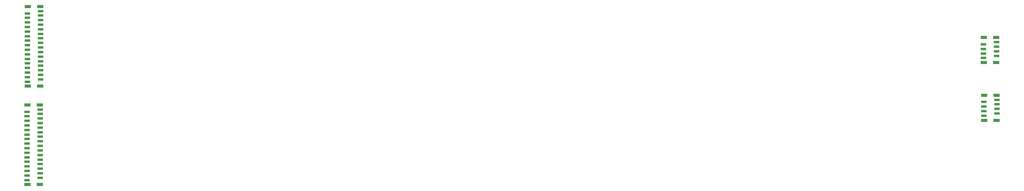
<source format=gbp>
G04 #@! TF.GenerationSoftware,KiCad,Pcbnew,6.0.8+dfsg-1~bpo11+1*
G04 #@! TF.CreationDate,2023-05-30T17:00:38-04:00*
G04 #@! TF.ProjectId,10_padded_high_res_loose,31305f70-6164-4646-9564-5f686967685f,rev?*
G04 #@! TF.SameCoordinates,Original*
G04 #@! TF.FileFunction,Paste,Bot*
G04 #@! TF.FilePolarity,Positive*
%FSLAX46Y46*%
G04 Gerber Fmt 4.6, Leading zero omitted, Abs format (unit mm)*
G04 Created by KiCad (PCBNEW 6.0.8+dfsg-1~bpo11+1) date 2023-05-30 17:00:38*
%MOMM*%
%LPD*%
G01*
G04 APERTURE LIST*
%ADD10R,1.200000X0.600000*%
%ADD11R,1.400000X0.800000*%
G04 APERTURE END LIST*
D10*
X263090000Y-81540000D03*
X260190000Y-82040000D03*
X263090000Y-82540000D03*
X260190000Y-83040000D03*
X263090000Y-83540000D03*
X260190000Y-84040000D03*
X263090000Y-84540000D03*
X260190000Y-85040000D03*
D11*
X262990000Y-80540000D03*
X260290000Y-80540000D03*
X262990000Y-86040000D03*
X260290000Y-86040000D03*
D10*
X53490000Y-62070000D03*
X50590000Y-62570000D03*
X53490000Y-63070000D03*
X50590000Y-63570000D03*
X53490000Y-64070000D03*
X50590000Y-64570000D03*
X53490000Y-65070000D03*
X50590000Y-65570000D03*
X53490000Y-66070000D03*
X50590000Y-66570000D03*
X53490000Y-67070000D03*
X50590000Y-67570000D03*
X53490000Y-68070000D03*
X50590000Y-68570000D03*
X53490000Y-69070000D03*
X50590000Y-69570000D03*
X53490000Y-70070000D03*
X50590000Y-70570000D03*
X53490000Y-71070000D03*
X50590000Y-71570000D03*
X53490000Y-72070000D03*
X50590000Y-72570000D03*
X53490000Y-73070000D03*
X50590000Y-73570000D03*
X53490000Y-74070000D03*
X50590000Y-74570000D03*
X53490000Y-75070000D03*
X50590000Y-75570000D03*
X53490000Y-76070000D03*
X50590000Y-76570000D03*
X53490000Y-77070000D03*
X50590000Y-77570000D03*
D11*
X53390000Y-61070000D03*
X50690000Y-61070000D03*
X53390000Y-78570000D03*
X50690000Y-78570000D03*
D10*
X50560000Y-99160000D03*
X53460000Y-98660000D03*
X50560000Y-98160000D03*
X53460000Y-97660000D03*
X50560000Y-97160000D03*
X53460000Y-96660000D03*
X50560000Y-96160000D03*
X53460000Y-95660000D03*
X50560000Y-95160000D03*
X53460000Y-94660000D03*
X50560000Y-94160000D03*
X53460000Y-93660000D03*
X50560000Y-93160000D03*
X53460000Y-92660000D03*
X50560000Y-92160000D03*
X53460000Y-91660000D03*
X50560000Y-91160000D03*
X53460000Y-90660000D03*
X50560000Y-90160000D03*
X53460000Y-89660000D03*
X50560000Y-89160000D03*
X53460000Y-88660000D03*
X50560000Y-88160000D03*
X53460000Y-87660000D03*
X50560000Y-87160000D03*
X53460000Y-86660000D03*
X50560000Y-86160000D03*
X53460000Y-85660000D03*
X50560000Y-85160000D03*
X53460000Y-84660000D03*
X50560000Y-84160000D03*
X53460000Y-83660000D03*
D11*
X50660000Y-100160000D03*
X53360000Y-100160000D03*
X50660000Y-82660000D03*
X53360000Y-82660000D03*
D10*
X262990000Y-68890000D03*
X260090000Y-69390000D03*
X262990000Y-69890000D03*
X260090000Y-70390000D03*
X262990000Y-70890000D03*
X260090000Y-71390000D03*
X262990000Y-71890000D03*
X260090000Y-72390000D03*
D11*
X262890000Y-67890000D03*
X260190000Y-67890000D03*
X262890000Y-73390000D03*
X260190000Y-73390000D03*
M02*

</source>
